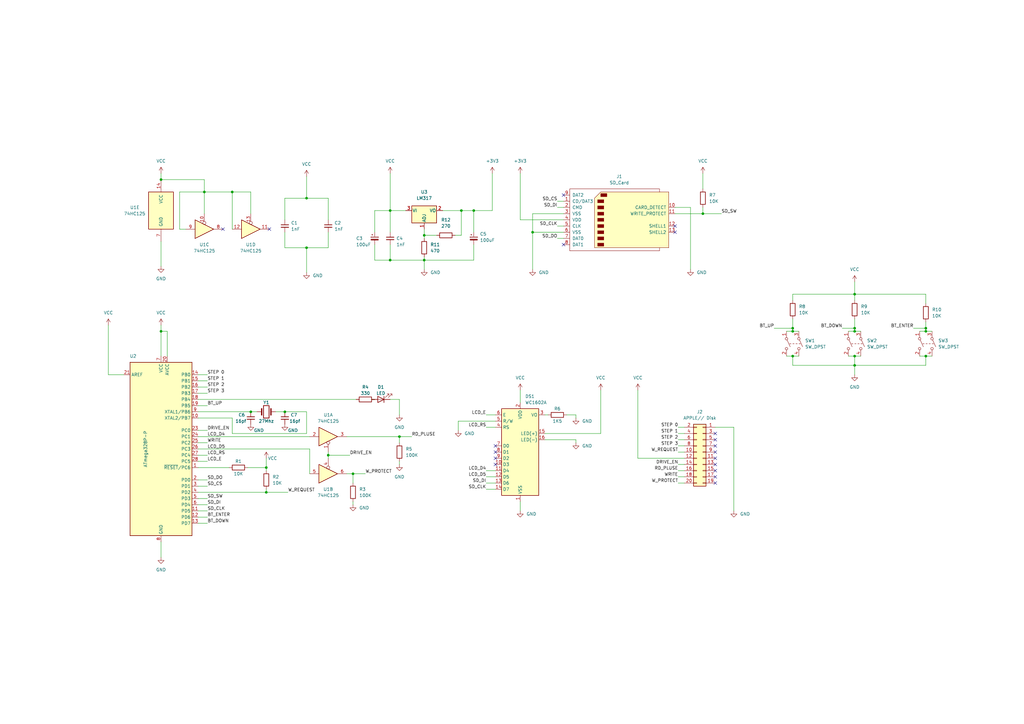
<source format=kicad_sch>
(kicad_sch (version 20211123) (generator eeschema)
  (paper "A3")
  (title_block (title "SDisk2 - Apple II Disk II Emulator") (date "2022-01-27") (rev "Rev 1") (comment 1 "(c) 2022 Terence Ang") (comment 2 "(c) 2012 Victor Trucco, (c) 2012 Fábio Belavenuto, (c) 2015 Alexandre Suaide") (comment 3 "additional authors - ") (comment 4 "Based on original works from (c) 2010 Koichi NISHIDA tulip-house@msf.biglobe.ne.jp"))
  (lib_symbols
    (symbol "74xx_IEEE:74HC125" (pin_names (offset 1.016))
      (property "Reference" "U" (at 0 1.27 0))
      (property "Value" "74HC125" (at 0 -1.27 0))
      (symbol "74HC125_1_0"
        (polyline (pts (xy -3.81 3.81) (xy -3.81 -3.81) (xy 3.81 0) (xy -3.81 3.81)) (stroke (width 0.254)) (fill (type background)))
        (pin input inverted (at 0 -6.35 90) (length 4.445) (name "~") (number "1"))
        (pin input line (at -7.62 0 0) (length 3.81) (name "~") (number "2"))
        (pin tri_state line (at 7.62 0 180) (length 3.81) (name "~") (number "3"))
      )
      (symbol "74HC125_2_0"
        (polyline (pts (xy -3.81 3.81) (xy -3.81 -3.81) (xy 3.81 0) (xy -3.81 3.81)) (stroke (width 0.254)) (fill (type background)))
        (pin input inverted (at 0 -6.35 90) (length 4.445) (name "~") (number "4"))
        (pin input line (at -7.62 0 0) (length 3.81) (name "~") (number "5"))
        (pin tri_state line (at 7.62 0 180) (length 3.81) (name "~") (number "6"))
      )
      (symbol "74HC125_3_0"
        (polyline (pts (xy -3.81 3.81) (xy -3.81 -3.81) (xy 3.81 0) (xy -3.81 3.81)) (stroke (width 0.254)) (fill (type background)))
        (pin input inverted (at 0 -6.35 90) (length 4.445) (name "~") (number "10"))
        (pin tri_state line (at 7.62 0 180) (length 3.81) (name "~") (number "8"))
        (pin input line (at -7.62 0 0) (length 3.81) (name "~") (number "9"))
      )
      (symbol "74HC125_4_0"
        (polyline (pts (xy -3.81 3.81) (xy -3.81 -3.81) (xy 3.81 0) (xy -3.81 3.81)) (stroke (width 0.254)) (fill (type background)))
        (pin tri_state line (at 7.62 0 180) (length 3.81) (name "~") (number "11"))
        (pin input line (at -7.62 0 0) (length 3.81) (name "~") (number "12"))
        (pin input inverted (at 0 -6.35 90) (length 4.445) (name "~") (number "13"))
      )
      (symbol "74HC125_5_0"
        (pin power_in line (at 0 12.7 270) (length 5.08) (name "VCC") (number "14"))
        (pin power_in line (at 0 -12.7 90) (length 5.08) (name "GND") (number "7"))
      )
      (symbol "74HC125_5_1"
        (rectangle (start -5.08 7.62) (end 5.08 -7.62) (stroke (width 0.254)) (fill (type background)))
      )
    )
    (symbol "Connector:SD_Card" (pin_names (offset 1.016))
      (property "Reference" "J" (at -16.51 13.97 0))
      (property "Value" "SD_Card" (at 15.24 -13.97 0))
      (symbol "SD_Card_0_1"
        (rectangle (start -8.89 -9.525) (end -6.35 -10.795) (fill (type outline)))
        (rectangle (start -8.89 -6.985) (end -6.35 -8.255) (fill (type outline)))
        (rectangle (start -8.89 -4.445) (end -6.35 -5.715) (fill (type outline)))
        (rectangle (start -8.89 -1.905) (end -6.35 -3.175) (fill (type outline)))
        (rectangle (start -8.89 0.635) (end -6.35 -0.635) (fill (type outline)))
        (rectangle (start -8.89 3.175) (end -6.35 1.905) (fill (type outline)))
        (rectangle (start -8.89 5.715) (end -6.35 4.445) (fill (type outline)))
        (rectangle (start -8.89 8.255) (end -6.35 6.985) (fill (type outline)))
        (rectangle (start -7.62 10.795) (end -5.08 9.525) (fill (type outline)))
        (polyline (pts (xy -10.16 8.89) (xy -7.62 11.43) (xy 20.32 11.43) (xy 20.32 -11.43) (xy -10.16 -11.43) (xy -10.16 8.89)) (fill (type background)))
        (polyline (pts (xy 16.51 11.43) (xy 16.51 12.7) (xy -20.32 12.7) (xy -20.32 -12.7) (xy 16.51 -12.7) (xy 16.51 -11.43)))
      )
      (symbol "SD_Card_1_1"
        (pin input line (at -22.86 7.62 0) (length 2.54) (name "CD/DAT3") (number "1"))
        (pin input line (at 22.86 5.08 180) (length 2.54) (name "CARD_DETECT") (number "10"))
        (pin input line (at 22.86 2.54 180) (length 2.54) (name "WRITE_PROTECT") (number "11"))
        (pin input line (at 22.86 -2.54 180) (length 2.54) (name "SHELL1") (number "12"))
        (pin input line (at 22.86 -5.08 180) (length 2.54) (name "SHELL2") (number "13"))
        (pin input line (at -22.86 5.08 0) (length 2.54) (name "CMD") (number "2"))
        (pin power_in line (at -22.86 2.54 0) (length 2.54) (name "VSS") (number "3"))
        (pin power_in line (at -22.86 0 0) (length 2.54) (name "VDD") (number "4"))
        (pin input line (at -22.86 -2.54 0) (length 2.54) (name "CLK") (number "5"))
        (pin power_in line (at -22.86 -5.08 0) (length 2.54) (name "VSS") (number "6"))
        (pin input line (at -22.86 -7.62 0) (length 2.54) (name "DAT0") (number "7"))
        (pin input line (at -22.86 -10.16 0) (length 2.54) (name "DAT1") (number "8"))
        (pin input line (at -22.86 10.16 0) (length 2.54) (name "DAT2") (number "9"))
      )
    )
    (symbol "Connector_Generic:Conn_02x10_Odd_Even" (pin_names (offset 1.016) hide)
      (property "Reference" "J" (at 1.27 12.7 0))
      (property "Value" "Conn_02x10_Odd_Even" (at 1.27 -15.24 0))
      (symbol "Conn_02x10_Odd_Even_1_1"
        (rectangle (start -1.27 -12.573) (end 0 -12.827) (stroke (width 0.1524)))
        (rectangle (start -1.27 -10.033) (end 0 -10.287) (stroke (width 0.1524)))
        (rectangle (start -1.27 -7.493) (end 0 -7.747) (stroke (width 0.1524)))
        (rectangle (start -1.27 -4.953) (end 0 -5.207) (stroke (width 0.1524)))
        (rectangle (start -1.27 -2.413) (end 0 -2.667) (stroke (width 0.1524)))
        (rectangle (start -1.27 0.127) (end 0 -0.127) (stroke (width 0.1524)))
        (rectangle (start -1.27 2.667) (end 0 2.413) (stroke (width 0.1524)))
        (rectangle (start -1.27 5.207) (end 0 4.953) (stroke (width 0.1524)))
        (rectangle (start -1.27 7.747) (end 0 7.493) (stroke (width 0.1524)))
        (rectangle (start -1.27 10.287) (end 0 10.033) (stroke (width 0.1524)))
        (rectangle (start -1.27 11.43) (end 3.81 -13.97) (stroke (width 0.254)) (fill (type background)))
        (rectangle (start 3.81 -12.573) (end 2.54 -12.827) (stroke (width 0.1524)))
        (rectangle (start 3.81 -10.033) (end 2.54 -10.287) (stroke (width 0.1524)))
        (rectangle (start 3.81 -7.493) (end 2.54 -7.747) (stroke (width 0.1524)))
        (rectangle (start 3.81 -4.953) (end 2.54 -5.207) (stroke (width 0.1524)))
        (rectangle (start 3.81 -2.413) (end 2.54 -2.667) (stroke (width 0.1524)))
        (rectangle (start 3.81 0.127) (end 2.54 -0.127) (stroke (width 0.1524)))
        (rectangle (start 3.81 2.667) (end 2.54 2.413) (stroke (width 0.1524)))
        (rectangle (start 3.81 5.207) (end 2.54 4.953) (stroke (width 0.1524)))
        (rectangle (start 3.81 7.747) (end 2.54 7.493) (stroke (width 0.1524)))
        (rectangle (start 3.81 10.287) (end 2.54 10.033) (stroke (width 0.1524)))
        (pin passive line (at -5.08 10.16 0) (length 3.81) (name "Pin_1") (number "1"))
        (pin passive line (at 7.62 0 180) (length 3.81) (name "Pin_10") (number "10"))
        (pin passive line (at -5.08 -2.54 0) (length 3.81) (name "Pin_11") (number "11"))
        (pin passive line (at 7.62 -2.54 180) (length 3.81) (name "Pin_12") (number "12"))
        (pin passive line (at -5.08 -5.08 0) (length 3.81) (name "Pin_13") (number "13"))
        (pin passive line (at 7.62 -5.08 180) (length 3.81) (name "Pin_14") (number "14"))
        (pin passive line (at -5.08 -7.62 0) (length 3.81) (name "Pin_15") (number "15"))
        (pin passive line (at 7.62 -7.62 180) (length 3.81) (name "Pin_16") (number "16"))
        (pin passive line (at -5.08 -10.16 0) (length 3.81) (name "Pin_17") (number "17"))
        (pin passive line (at 7.62 -10.16 180) (length 3.81) (name "Pin_18") (number "18"))
        (pin passive line (at -5.08 -12.7 0) (length 3.81) (name "Pin_19") (number "19"))
        (pin passive line (at 7.62 10.16 180) (length 3.81) (name "Pin_2") (number "2"))
        (pin passive line (at 7.62 -12.7 180) (length 3.81) (name "Pin_20") (number "20"))
        (pin passive line (at -5.08 7.62 0) (length 3.81) (name "Pin_3") (number "3"))
        (pin passive line (at 7.62 7.62 180) (length 3.81) (name "Pin_4") (number "4"))
        (pin passive line (at -5.08 5.08 0) (length 3.81) (name "Pin_5") (number "5"))
        (pin passive line (at 7.62 5.08 180) (length 3.81) (name "Pin_6") (number "6"))
        (pin passive line (at -5.08 2.54 0) (length 3.81) (name "Pin_7") (number "7"))
        (pin passive line (at 7.62 2.54 180) (length 3.81) (name "Pin_8") (number "8"))
        (pin passive line (at -5.08 0 0) (length 3.81) (name "Pin_9") (number "9"))
      )
    )
    (symbol "Device:C_Polarized_Small" (pin_numbers hide) (pin_names (offset 0.254) hide)
      (property "Reference" "C" (at 0.254 1.778 0))
      (property "Value" "C_Polarized_Small" (at 0.254 -2.032 0))
      (symbol "C_Polarized_Small_0_1"
        (rectangle (start -1.524 -0.3048) (end 1.524 -0.6858) (fill (type outline)))
        (rectangle (start -1.524 0.6858) (end 1.524 0.3048))
        (polyline (pts (xy -1.27 1.524) (xy -0.762 1.524)))
        (polyline (pts (xy -1.016 1.27) (xy -1.016 1.778)))
      )
      (symbol "C_Polarized_Small_1_1"
        (pin passive line (at 0 2.54 270) (length 1.8542) (name "~") (number "1"))
        (pin passive line (at 0 -2.54 90) (length 1.8542) (name "~") (number "2"))
      )
    )
    (symbol "Device:C_Small" (pin_numbers hide) (pin_names (offset 0.254) hide)
      (property "Reference" "C" (at 0.254 1.778 0))
      (property "Value" "C_Small" (at 0.254 -2.032 0))
      (symbol "C_Small_0_1"
        (polyline (pts (xy -1.524 -0.508) (xy 1.524 -0.508)) (stroke (width 0.3302)))
        (polyline (pts (xy -1.524 0.508) (xy 1.524 0.508)) (stroke (width 0.3048)))
      )
      (symbol "C_Small_1_1"
        (pin passive line (at 0 2.54 270) (length 2.032) (name "~") (number "1"))
        (pin passive line (at 0 -2.54 90) (length 2.032) (name "~") (number "2"))
      )
    )
    (symbol "Device:Crystal" (pin_numbers hide) (pin_names (offset 1.016) hide)
      (property "Reference" "Y" (at 0 3.81 0))
      (property "Value" "Crystal" (at 0 -3.81 0))
      (symbol "Crystal_0_1"
        (rectangle (start -1.143 2.54) (end 1.143 -2.54) (stroke (width 0.3048)))
        (polyline (pts (xy -2.54 0) (xy -1.905 0)))
        (polyline (pts (xy -1.905 -1.27) (xy -1.905 1.27)) (stroke (width 0.508)))
        (polyline (pts (xy 1.905 -1.27) (xy 1.905 1.27)) (stroke (width 0.508)))
        (polyline (pts (xy 2.54 0) (xy 1.905 0)))
      )
      (symbol "Crystal_1_1"
        (pin passive line (at -3.81 0 0) (length 1.27) (name "1") (number "1"))
        (pin passive line (at 3.81 0 180) (length 1.27) (name "2") (number "2"))
      )
    )
    (symbol "Device:LED" (pin_numbers hide) (pin_names (offset 1.016) hide)
      (property "Reference" "D" (at 0 2.54 0))
      (property "Value" "LED" (at 0 -2.54 0))
      (symbol "LED_0_1"
        (polyline (pts (xy -1.27 -1.27) (xy -1.27 1.27)) (stroke (width 0.254)))
        (polyline (pts (xy -1.27 0) (xy 1.27 0)))
        (polyline (pts (xy 1.27 -1.27) (xy 1.27 1.27) (xy -1.27 0) (xy 1.27 -1.27)) (stroke (width 0.254)))
        (polyline (pts (xy -3.048 -0.762) (xy -4.572 -2.286) (xy -3.81 -2.286) (xy -4.572 -2.286) (xy -4.572 -1.524)))
        (polyline (pts (xy -1.778 -0.762) (xy -3.302 -2.286) (xy -2.54 -2.286) (xy -3.302 -2.286) (xy -3.302 -1.524)))
      )
      (symbol "LED_1_1"
        (pin passive line (at -3.81 0 0) (length 2.54) (name "K") (number "1"))
        (pin passive line (at 3.81 0 180) (length 2.54) (name "A") (number "2"))
      )
    )
    (symbol "Device:R" (pin_numbers hide) (pin_names (offset 0))
      (property "Reference" "R" (at 2.032 0 90))
      (property "Value" "R" (at 0 0 90))
      (symbol "R_0_1"
        (rectangle (start -1.016 -2.54) (end 1.016 2.54) (stroke (width 0.254)))
      )
      (symbol "R_1_1"
        (pin passive line (at 0 3.81 270) (length 1.27) (name "~") (number "1"))
        (pin passive line (at 0 -3.81 90) (length 1.27) (name "~") (number "2"))
      )
    )
    (symbol "Display_Character:WC1602A"
      (property "Reference" "DS" (at -5.842 19.05 0))
      (property "Value" "WC1602A" (at 5.334 19.05 0))
      (symbol "WC1602A_1_1"
        (rectangle (start -7.62 17.78) (end 7.62 -17.78) (stroke (width 0.254)) (fill (type background)))
        (pin power_in line (at 0 -20.32 90) (length 2.54) (name "VSS") (number "1"))
        (pin input line (at -10.16 -5.08 0) (length 2.54) (name "D3") (number "10"))
        (pin input line (at -10.16 -7.62 0) (length 2.54) (name "D4") (number "11"))
        (pin input line (at -10.16 -10.16 0) (length 2.54) (name "D5") (number "12"))
        (pin input line (at -10.16 -12.7 0) (length 2.54) (name "D6") (number "13"))
        (pin input line (at -10.16 -15.24 0) (length 2.54) (name "D7") (number "14"))
        (pin power_in line (at 10.16 7.62 180) (length 2.54) (name "LED(+)") (number "15"))
        (pin power_in line (at 10.16 5.08 180) (length 2.54) (name "LED(-)") (number "16"))
        (pin power_in line (at 0 20.32 270) (length 2.54) (name "VDD") (number "2"))
        (pin input line (at 10.16 15.24 180) (length 2.54) (name "VO") (number "3"))
        (pin input line (at -10.16 10.16 0) (length 2.54) (name "RS") (number "4"))
        (pin input line (at -10.16 12.7 0) (length 2.54) (name "R/W") (number "5"))
        (pin input line (at -10.16 15.24 0) (length 2.54) (name "E") (number "6"))
        (pin input line (at -10.16 2.54 0) (length 2.54) (name "D0") (number "7"))
        (pin input line (at -10.16 0 0) (length 2.54) (name "D1") (number "8"))
        (pin input line (at -10.16 -2.54 0) (length 2.54) (name "D2") (number "9"))
      )
    )
    (symbol "MCU_Microchip_ATmega:ATmega328P-P"
      (property "Reference" "U" (at -12.7 36.83 0))
      (property "Value" "ATmega328P-P" (at 2.54 -36.83 0))
      (symbol "ATmega328P-P_0_1"
        (rectangle (start -12.7 -35.56) (end 12.7 35.56) (stroke (width 0.254)) (fill (type background)))
      )
      (symbol "ATmega328P-P_1_1"
        (pin bidirectional line (at 15.24 -7.62 180) (length 2.54) (name "~{RESET}/PC6") (number "1"))
        (pin bidirectional line (at 15.24 12.7 180) (length 2.54) (name "XTAL2/PB7") (number "10"))
        (pin bidirectional line (at 15.24 -25.4 180) (length 2.54) (name "PD5") (number "11"))
        (pin bidirectional line (at 15.24 -27.94 180) (length 2.54) (name "PD6") (number "12"))
        (pin bidirectional line (at 15.24 -30.48 180) (length 2.54) (name "PD7") (number "13"))
        (pin bidirectional line (at 15.24 30.48 180) (length 2.54) (name "PB0") (number "14"))
        (pin bidirectional line (at 15.24 27.94 180) (length 2.54) (name "PB1") (number "15"))
        (pin bidirectional line (at 15.24 25.4 180) (length 2.54) (name "PB2") (number "16"))
        (pin bidirectional line (at 15.24 22.86 180) (length 2.54) (name "PB3") (number "17"))
        (pin bidirectional line (at 15.24 20.32 180) (length 2.54) (name "PB4") (number "18"))
        (pin bidirectional line (at 15.24 17.78 180) (length 2.54) (name "PB5") (number "19"))
        (pin bidirectional line (at 15.24 -12.7 180) (length 2.54) (name "PD0") (number "2"))
        (pin power_in line (at 2.54 38.1 270) (length 2.54) (name "AVCC") (number "20"))
        (pin passive line (at -15.24 30.48 0) (length 2.54) (name "AREF") (number "21"))
        (pin passive line (at 0 -38.1 90) (length 2.54) hide (name "GND") (number "22"))
        (pin bidirectional line (at 15.24 7.62 180) (length 2.54) (name "PC0") (number "23"))
        (pin bidirectional line (at 15.24 5.08 180) (length 2.54) (name "PC1") (number "24"))
        (pin bidirectional line (at 15.24 2.54 180) (length 2.54) (name "PC2") (number "25"))
        (pin bidirectional line (at 15.24 0 180) (length 2.54) (name "PC3") (number "26"))
        (pin bidirectional line (at 15.24 -2.54 180) (length 2.54) (name "PC4") (number "27"))
        (pin bidirectional line (at 15.24 -5.08 180) (length 2.54) (name "PC5") (number "28"))
        (pin bidirectional line (at 15.24 -15.24 180) (length 2.54) (name "PD1") (number "3"))
        (pin bidirectional line (at 15.24 -17.78 180) (length 2.54) (name "PD2") (number "4"))
        (pin bidirectional line (at 15.24 -20.32 180) (length 2.54) (name "PD3") (number "5"))
        (pin bidirectional line (at 15.24 -22.86 180) (length 2.54) (name "PD4") (number "6"))
        (pin power_in line (at 0 38.1 270) (length 2.54) (name "VCC") (number "7"))
        (pin power_in line (at 0 -38.1 90) (length 2.54) (name "GND") (number "8"))
        (pin bidirectional line (at 15.24 15.24 180) (length 2.54) (name "XTAL1/PB6") (number "9"))
      )
    )
    (symbol "Regulator_Linear:LM317_TO-220" (pin_names (offset 0.254))
      (property "Reference" "U" (at -3.81 3.175 0))
      (property "Value" "LM317_TO-220" (at 0 3.175 0))
      (symbol "LM317_TO-220_0_1"
        (rectangle (start -5.08 1.905) (end 5.08 -5.08) (stroke (width 0.254)) (fill (type background)))
      )
      (symbol "LM317_TO-220_1_1"
        (pin input line (at 0 -7.62 90) (length 2.54) (name "ADJ") (number "1"))
        (pin power_out line (at 7.62 0 180) (length 2.54) (name "VO") (number "2"))
        (pin power_in line (at -7.62 0 0) (length 2.54) (name "VI") (number "3"))
      )
    )
    (symbol "Switch:SW_DPST" (pin_names (offset 0) hide)
      (property "Reference" "SW" (at 0 5.08 0))
      (property "Value" "SW_DPST" (at 0 -5.08 0))
      (symbol "SW_DPST_0_0"
        (circle (center -2.032 -2.54) (radius 0.508))
        (circle (center -2.032 2.54) (radius 0.508))
        (polyline (pts (xy -1.524 -2.286) (xy 1.27 -1.016)))
        (polyline (pts (xy -1.524 2.794) (xy 1.27 4.064)))
        (polyline (pts (xy 0 -1.27) (xy 0 -0.635)))
        (polyline (pts (xy 0 0) (xy 0 0.635)))
        (polyline (pts (xy 0 1.27) (xy 0 1.905)))
        (polyline (pts (xy 0 2.54) (xy 0 3.175)))
        (circle (center 2.032 -2.54) (radius 0.508))
        (circle (center 2.032 2.54) (radius 0.508))
      )
      (symbol "SW_DPST_1_1"
        (pin passive line (at -5.08 -2.54 0) (length 2.54) (name "1") (number "1"))
        (pin passive line (at 5.08 -2.54 180) (length 2.54) (name "2") (number "2"))
        (pin passive line (at -5.08 2.54 0) (length 2.54) (name "3") (number "3"))
        (pin passive line (at 5.08 2.54 180) (length 2.54) (name "4") (number "4"))
      )
    )
    (symbol "power:+3.3V" (power) (pin_names (offset 0))
      (property "Value" "+3.3V" (at 0 3.556 0))
      (symbol "+3.3V_0_1"
        (polyline (pts (xy -0.762 1.27) (xy 0 2.54)))
        (polyline (pts (xy 0 0) (xy 0 2.54)))
        (polyline (pts (xy 0 2.54) (xy 0.762 1.27)))
      )
      (symbol "+3.3V_1_1"
        (pin power_in line (at 0 0 90) (length 0) hide (name "+3V3") (number "1"))
      )
    )
    (symbol "power:GND" (power) (pin_names (offset 0))
      (property "Value" "GND" (at 0 -3.81 0))
      (symbol "GND_0_1"
        (polyline (pts (xy 0 0) (xy 0 -1.27) (xy 1.27 -1.27) (xy 0 -2.54) (xy -1.27 -1.27) (xy 0 -1.27)))
      )
      (symbol "GND_1_1"
        (pin power_in line (at 0 0 270) (length 0) hide (name "GND") (number "1"))
      )
    )
    (symbol "power:VCC" (power) (pin_names (offset 0))
      (property "Value" "VCC" (at 0 3.81 0))
      (symbol "VCC_0_1"
        (polyline (pts (xy -0.762 1.27) (xy 0 2.54)))
        (polyline (pts (xy 0 0) (xy 0 2.54)))
        (polyline (pts (xy 0 2.54) (xy 0.762 1.27)))
      )
      (symbol "VCC_1_1"
        (pin power_in line (at 0 0 90) (length 0) hide (name "VCC") (number "1"))
      )
    )
  )
  (junction (at 134.62 186.69))
  (junction (at 379.73 134.62))
  (junction (at 350.52 135.89))
  (junction (at 194.31 86.36))
  (junction (at 83.82 78.74))
  (junction (at 66.04 73.66))
  (junction (at 325.12 134.62))
  (junction (at 160.02 106.68))
  (junction (at 95.25 78.74))
  (junction (at 125.73 81.28))
  (junction (at 160.02 86.36))
  (junction (at 109.22 201.93))
  (junction (at 102.87 168.91))
  (junction (at 288.29 87.63))
  (junction (at 66.04 135.89))
  (junction (at 350.52 134.62))
  (junction (at 109.22 191.77))
  (junction (at 173.99 96.52))
  (junction (at 350.52 146.05))
  (junction (at 325.12 135.89))
  (junction (at 325.12 146.05))
  (junction (at 116.84 168.91))
  (junction (at 144.78 194.31))
  (junction (at 163.83 179.07))
  (junction (at 379.73 135.89))
  (junction (at 350.52 149.86))
  (junction (at 218.44 95.25))
  (junction (at 189.23 86.36))
  (junction (at 379.73 146.05))
  (junction (at 173.99 106.68))
  (junction (at 125.73 101.6))
  (junction (at 350.52 120.65))
  (no_connect (at 91.44 93.98))
  (no_connect (at 110.49 93.98))
  (no_connect (at 293.37 190.5))
  (no_connect (at 293.37 193.04))
  (no_connect (at 293.37 195.58))
  (no_connect (at 293.37 198.12))
  (no_connect (at 293.37 177.8))
  (no_connect (at 293.37 185.42))
  (no_connect (at 293.37 187.96))
  (no_connect (at 293.37 182.88))
  (no_connect (at 293.37 180.34))
  (no_connect (at 276.86 95.25))
  (no_connect (at 276.86 92.71))
  (no_connect (at 231.14 100.33))
  (no_connect (at 231.14 80.01))
  (no_connect (at 203.2 182.88))
  (no_connect (at 203.2 185.42))
  (no_connect (at 203.2 187.96))
  (no_connect (at 203.2 190.5))
  (wire (pts (xy 81.28 201.93) (xy 109.22 201.93)))
  (wire (pts (xy 116.84 81.28) (xy 116.84 90.17)))
  (wire (pts (xy 44.45 153.67) (xy 44.45 133.35)))
  (wire (pts (xy 317.5 134.62) (xy 325.12 134.62)))
  (wire (pts (xy 213.36 160.02) (xy 213.36 165.1)))
  (wire (pts (xy 199.39 175.26) (xy 203.2 175.26)))
  (wire (pts (xy 325.12 123.19) (xy 325.12 120.65)))
  (wire (pts (xy 347.98 135.89) (xy 350.52 135.89)))
  (wire (pts (xy 81.28 214.63) (xy 85.09 214.63)))
  (wire (pts (xy 81.28 191.77) (xy 93.98 191.77)))
  (wire (pts (xy 278.13 182.88) (xy 280.67 182.88)))
  (wire (pts (xy 83.82 73.66) (xy 66.04 73.66)))
  (wire (pts (xy 228.6 97.79) (xy 231.14 97.79)))
  (wire (pts (xy 350.52 120.65) (xy 379.73 120.65)))
  (wire (pts (xy 261.62 187.96) (xy 280.67 187.96)))
  (wire (pts (xy 95.25 171.45) (xy 95.25 177.8)))
  (wire (pts (xy 223.52 177.8) (xy 246.38 177.8)))
  (wire (pts (xy 160.02 86.36) (xy 166.37 86.36)))
  (wire (pts (xy 125.73 177.8) (xy 125.73 168.91)))
  (wire (pts (xy 350.52 115.57) (xy 350.52 120.65)))
  (wire (pts (xy 66.04 71.12) (xy 66.04 73.66)))
  (wire (pts (xy 379.73 134.62) (xy 379.73 135.89)))
  (wire (pts (xy 350.52 120.65) (xy 350.52 123.19)))
  (wire (pts (xy 173.99 93.98) (xy 173.99 96.52)))
  (wire (pts (xy 102.87 78.74) (xy 102.87 87.63)))
  (wire (pts (xy 95.25 78.74) (xy 102.87 78.74)))
  (wire (pts (xy 134.62 81.28) (xy 134.62 90.17)))
  (wire (pts (xy 218.44 87.63) (xy 218.44 95.25)))
  (wire (pts (xy 81.28 176.53) (xy 85.09 176.53)))
  (wire (pts (xy 288.29 71.12) (xy 288.29 77.47)))
  (wire (pts (xy 278.13 185.42) (xy 280.67 185.42)))
  (wire (pts (xy 379.73 124.46) (xy 379.73 120.65)))
  (wire (pts (xy 199.39 200.66) (xy 203.2 200.66)))
  (wire (pts (xy 125.73 81.28) (xy 134.62 81.28)))
  (wire (pts (xy 153.67 86.36) (xy 160.02 86.36)))
  (wire (pts (xy 236.22 180.34) (xy 236.22 181.61)))
  (wire (pts (xy 187.96 172.72) (xy 187.96 176.53)))
  (wire (pts (xy 81.28 163.83) (xy 146.05 163.83)))
  (wire (pts (xy 81.28 209.55) (xy 85.09 209.55)))
  (wire (pts (xy 144.78 205.74) (xy 144.78 207.01)))
  (wire (pts (xy 325.12 146.05) (xy 327.66 146.05)))
  (wire (pts (xy 236.22 170.18) (xy 236.22 171.45)))
  (wire (pts (xy 81.28 168.91) (xy 102.87 168.91)))
  (wire (pts (xy 116.84 95.25) (xy 116.84 101.6)))
  (wire (pts (xy 81.28 207.01) (xy 85.09 207.01)))
  (wire (pts (xy 153.67 86.36) (xy 153.67 95.25)))
  (wire (pts (xy 134.62 185.42) (xy 134.62 186.69)))
  (wire (pts (xy 81.28 186.69) (xy 85.09 186.69)))
  (wire (pts (xy 116.84 168.91) (xy 113.03 168.91)))
  (wire (pts (xy 109.22 200.66) (xy 109.22 201.93)))
  (wire (pts (xy 81.28 158.75) (xy 85.09 158.75)))
  (wire (pts (xy 261.62 160.02) (xy 261.62 187.96)))
  (wire (pts (xy 66.04 133.35) (xy 66.04 135.89)))
  (wire (pts (xy 73.66 93.98) (xy 73.66 78.74)))
  (wire (pts (xy 109.22 191.77) (xy 109.22 193.04)))
  (wire (pts (xy 199.39 195.58) (xy 203.2 195.58)))
  (wire (pts (xy 116.84 168.91) (xy 125.73 168.91)))
  (wire (pts (xy 350.52 149.86) (xy 350.52 153.67)))
  (wire (pts (xy 231.14 95.25) (xy 218.44 95.25)))
  (wire (pts (xy 81.28 212.09) (xy 85.09 212.09)))
  (wire (pts (xy 379.73 146.05) (xy 382.27 146.05)))
  (wire (pts (xy 81.28 153.67) (xy 85.09 153.67)))
  (wire (pts (xy 66.04 222.25) (xy 66.04 228.6)))
  (wire (pts (xy 102.87 168.91) (xy 105.41 168.91)))
  (wire (pts (xy 81.28 184.15) (xy 127 184.15)))
  (wire (pts (xy 73.66 78.74) (xy 83.82 78.74)))
  (wire (pts (xy 144.78 194.31) (xy 144.78 198.12)))
  (wire (pts (xy 68.58 135.89) (xy 66.04 135.89)))
  (wire (pts (xy 203.2 172.72) (xy 187.96 172.72)))
  (wire (pts (xy 160.02 71.12) (xy 160.02 86.36)))
  (wire (pts (xy 81.28 199.39) (xy 85.09 199.39)))
  (wire (pts (xy 81.28 161.29) (xy 85.09 161.29)))
  (wire (pts (xy 160.02 163.83) (xy 163.83 163.83)))
  (wire (pts (xy 125.73 72.39) (xy 125.73 81.28)))
  (wire (pts (xy 76.2 93.98) (xy 73.66 93.98)))
  (wire (pts (xy 125.73 101.6) (xy 116.84 101.6)))
  (wire (pts (xy 379.73 132.08) (xy 379.73 134.62)))
  (wire (pts (xy 81.28 156.21) (xy 85.09 156.21)))
  (wire (pts (xy 278.13 175.26) (xy 280.67 175.26)))
  (wire (pts (xy 325.12 149.86) (xy 350.52 149.86)))
  (wire (pts (xy 173.99 96.52) (xy 173.99 97.79)))
  (wire (pts (xy 134.62 186.69) (xy 143.51 186.69)))
  (wire (pts (xy 83.82 78.74) (xy 83.82 73.66)))
  (wire (pts (xy 81.28 189.23) (xy 85.09 189.23)))
  (wire (pts (xy 81.28 204.47) (xy 85.09 204.47)))
  (wire (pts (xy 153.67 163.83) (xy 152.4 163.83)))
  (wire (pts (xy 134.62 95.25) (xy 134.62 101.6)))
  (wire (pts (xy 288.29 87.63) (xy 288.29 85.09)))
  (wire (pts (xy 374.65 134.62) (xy 379.73 134.62)))
  (wire (pts (xy 276.86 85.09) (xy 283.21 85.09)))
  (wire (pts (xy 350.52 135.89) (xy 353.06 135.89)))
  (wire (pts (xy 300.99 175.26) (xy 300.99 209.55)))
  (wire (pts (xy 228.6 85.09) (xy 231.14 85.09)))
  (wire (pts (xy 223.52 180.34) (xy 236.22 180.34)))
  (wire (pts (xy 322.58 146.05) (xy 325.12 146.05)))
  (wire (pts (xy 66.04 135.89) (xy 66.04 146.05)))
  (wire (pts (xy 377.19 135.89) (xy 379.73 135.89)))
  (wire (pts (xy 81.28 179.07) (xy 127 179.07)))
  (wire (pts (xy 186.69 96.52) (xy 189.23 96.52)))
  (wire (pts (xy 228.6 82.55) (xy 231.14 82.55)))
  (wire (pts (xy 173.99 105.41) (xy 173.99 106.68)))
  (wire (pts (xy 101.6 191.77) (xy 109.22 191.77)))
  (wire (pts (xy 213.36 90.17) (xy 231.14 90.17)))
  (wire (pts (xy 127 194.31) (xy 127 184.15)))
  (wire (pts (xy 109.22 201.93) (xy 118.11 201.93)))
  (wire (pts (xy 218.44 95.25) (xy 218.44 110.49)))
  (wire (pts (xy 288.29 87.63) (xy 295.91 87.63)))
  (wire (pts (xy 278.13 177.8) (xy 280.67 177.8)))
  (wire (pts (xy 50.8 153.67) (xy 44.45 153.67)))
  (wire (pts (xy 223.52 170.18) (xy 224.79 170.18)))
  (wire (pts (xy 142.24 194.31) (xy 144.78 194.31)))
  (wire (pts (xy 163.83 179.07) (xy 168.91 179.07)))
  (wire (pts (xy 322.58 135.89) (xy 325.12 135.89)))
  (wire (pts (xy 293.37 175.26) (xy 300.99 175.26)))
  (wire (pts (xy 83.82 78.74) (xy 95.25 78.74)))
  (wire (pts (xy 213.36 205.74) (xy 213.36 209.55)))
  (wire (pts (xy 125.73 101.6) (xy 125.73 111.76)))
  (wire (pts (xy 163.83 189.23) (xy 163.83 190.5)))
  (wire (pts (xy 377.19 146.05) (xy 379.73 146.05)))
  (wire (pts (xy 345.44 134.62) (xy 350.52 134.62)))
  (wire (pts (xy 231.14 87.63) (xy 218.44 87.63)))
  (wire (pts (xy 278.13 193.04) (xy 280.67 193.04)))
  (wire (pts (xy 194.31 86.36) (xy 194.31 95.25)))
  (wire (pts (xy 144.78 194.31) (xy 149.86 194.31)))
  (wire (pts (xy 325.12 134.62) (xy 325.12 135.89)))
  (wire (pts (xy 350.52 149.86) (xy 379.73 149.86)))
  (wire (pts (xy 199.39 170.18) (xy 203.2 170.18)))
  (wire (pts (xy 325.12 146.05) (xy 325.12 149.86)))
  (wire (pts (xy 213.36 71.12) (xy 213.36 90.17)))
  (wire (pts (xy 232.41 170.18) (xy 236.22 170.18)))
  (wire (pts (xy 199.39 198.12) (xy 203.2 198.12)))
  (wire (pts (xy 163.83 179.07) (xy 163.83 181.61)))
  (wire (pts (xy 199.39 193.04) (xy 203.2 193.04)))
  (wire (pts (xy 160.02 100.33) (xy 160.02 106.68)))
  (wire (pts (xy 81.28 166.37) (xy 85.09 166.37)))
  (wire (pts (xy 278.13 198.12) (xy 280.67 198.12)))
  (wire (pts (xy 68.58 146.05) (xy 68.58 135.89)))
  (wire (pts (xy 283.21 85.09) (xy 283.21 110.49)))
  (wire (pts (xy 179.07 96.52) (xy 173.99 96.52)))
  (wire (pts (xy 95.25 177.8) (xy 125.73 177.8)))
  (wire (pts (xy 350.52 146.05) (xy 353.06 146.05)))
  (wire (pts (xy 163.83 163.83) (xy 163.83 170.18)))
  (wire (pts (xy 379.73 146.05) (xy 379.73 149.86)))
  (wire (pts (xy 95.25 93.98) (xy 95.25 78.74)))
  (wire (pts (xy 201.93 86.36) (xy 194.31 86.36)))
  (wire (pts (xy 379.73 135.89) (xy 382.27 135.89)))
  (wire (pts (xy 189.23 86.36) (xy 194.31 86.36)))
  (wire (pts (xy 173.99 106.68) (xy 173.99 110.49)))
  (wire (pts (xy 350.52 130.81) (xy 350.52 134.62)))
  (wire (pts (xy 325.12 120.65) (xy 350.52 120.65)))
  (wire (pts (xy 350.52 134.62) (xy 350.52 135.89)))
  (wire (pts (xy 153.67 100.33) (xy 153.67 106.68)))
  (wire (pts (xy 125.73 101.6) (xy 134.62 101.6)))
  (wire (pts (xy 160.02 106.68) (xy 173.99 106.68)))
  (wire (pts (xy 325.12 135.89) (xy 327.66 135.89)))
  (wire (pts (xy 116.84 81.28) (xy 125.73 81.28)))
  (wire (pts (xy 81.28 181.61) (xy 85.09 181.61)))
  (wire (pts (xy 276.86 87.63) (xy 288.29 87.63)))
  (wire (pts (xy 83.82 78.74) (xy 83.82 87.63)))
  (wire (pts (xy 194.31 100.33) (xy 194.31 106.68)))
  (wire (pts (xy 173.99 106.68) (xy 194.31 106.68)))
  (wire (pts (xy 66.04 99.06) (xy 66.04 109.22)))
  (wire (pts (xy 189.23 96.52) (xy 189.23 86.36)))
  (wire (pts (xy 278.13 190.5) (xy 280.67 190.5)))
  (wire (pts (xy 278.13 195.58) (xy 280.67 195.58)))
  (wire (pts (xy 81.28 196.85) (xy 85.09 196.85)))
  (wire (pts (xy 350.52 146.05) (xy 350.52 149.86)))
  (wire (pts (xy 153.67 106.68) (xy 160.02 106.68)))
  (wire (pts (xy 325.12 130.81) (xy 325.12 134.62)))
  (wire (pts (xy 228.6 92.71) (xy 231.14 92.71)))
  (wire (pts (xy 160.02 86.36) (xy 160.02 95.25)))
  (wire (pts (xy 181.61 86.36) (xy 189.23 86.36)))
  (wire (pts (xy 201.93 71.12) (xy 201.93 86.36)))
  (wire (pts (xy 109.22 187.96) (xy 109.22 191.77)))
  (wire (pts (xy 134.62 186.69) (xy 134.62 187.96)))
  (wire (pts (xy 278.13 180.34) (xy 280.67 180.34)))
  (wire (pts (xy 246.38 177.8) (xy 246.38 160.02)))
  (wire (pts (xy 347.98 146.05) (xy 350.52 146.05)))
  (wire (pts (xy 142.24 179.07) (xy 163.83 179.07)))
  (wire (pts (xy 81.28 171.45) (xy 95.25 171.45)))
  (label "RD_PLUSE" (at 168.91 179.07 0))
  (label "LCD_E" (at 85.09 189.23 0))
  (label "LCD_RS" (at 199.39 175.26 180))
  (label "DRIVE_EN" (at 85.09 176.53 0))
  (label "BT_DOWN" (at 85.09 214.63 0))
  (label "DRIVE_EN" (at 143.51 186.69 0))
  (label "SD_SW" (at 85.09 204.47 0))
  (label "SD_DI" (at 228.6 85.09 180))
  (label "STEP 1" (at 85.09 156.21 0))
  (label "RD_PLUSE" (at 278.13 193.04 180))
  (label "SD_CLK" (at 228.6 92.71 180))
  (label "STEP 0" (at 85.09 153.67 0))
  (label "STEP 3" (at 278.13 182.88 180))
  (label "SD_DO" (at 228.6 97.79 180))
  (label "BT_ENTER" (at 85.09 212.09 0))
  (label "SD_DO" (at 85.09 196.85 0))
  (label "LCD_D5" (at 85.09 184.15 0))
  (label "STEP 2" (at 85.09 158.75 0))
  (label "BT_UP" (at 85.09 166.37 0))
  (label "BT_UP" (at 317.5 134.62 180))
  (label "BT_ENTER" (at 374.65 134.62 180))
  (label "LCD_E" (at 199.39 170.18 180))
  (label "DRIVE_EN" (at 278.13 190.5 180))
  (label "LCD_RS" (at 85.09 186.69 0))
  (label "WRITE" (at 85.09 181.61 0))
  (label "SD_DI" (at 85.09 207.01 0))
  (label "SD_SW" (at 295.91 87.63 0))
  (label "STEP 1" (at 278.13 177.8 180))
  (label "SD_DI" (at 199.39 198.12 180))
  (label "SD_CS" (at 85.09 199.39 0))
  (label "W_PROTECT" (at 278.13 198.12 180))
  (label "W_PROTECT" (at 149.86 194.31 0))
  (label "BT_DOWN" (at 345.44 134.62 180))
  (label "W_REQUEST" (at 278.13 185.42 180))
  (label "STEP 0" (at 278.13 175.26 180))
  (label "WRITE" (at 278.13 195.58 180))
  (label "SD_CLK" (at 85.09 209.55 0))
  (label "LCD_D5" (at 199.39 195.58 180))
  (label "STEP 3" (at 85.09 161.29 0))
  (label "SD_CLK" (at 199.39 200.66 180))
  (label "STEP 2" (at 278.13 180.34 180))
  (label "SD_CS" (at 228.6 82.55 180))
  (label "LCD_D4" (at 199.39 193.04 180))
  (label "LCD_D4" (at 85.09 179.07 0))
  (label "W_REQUEST" (at 118.11 201.93 0))
  (symbol (lib_id "power:VCC") (at 160.02 71.12 0) (unit 1)
    (property "Reference" "#PWR012" (effects hide))
    (property "Value" "VCC" (at 160.02 66.04 0))
  )
  (symbol (lib_id "power:GND") (at 236.22 181.61 0) (unit 1)
    (property "Reference" "#PWR021" (effects hide))
    (property "Value" "GND" (at 238.76 182.8799 0) (effects (justify left)))
  )
  (symbol (lib_id "power:GND") (at 173.99 110.49 0) (unit 1)
    (property "Reference" "#PWR013" (effects hide))
    (property "Value" "GND" (at 176.53 111.7599 0) (effects (justify left)))
  )
  (symbol (lib_id "power:VCC") (at 261.62 160.02 0) (unit 1)
    (property "Reference" "#PWR023" (effects hide))
    (property "Value" "VCC" (at 261.62 154.94 0))
  )
  (symbol (lib_id "Device:C_Small") (at 116.84 92.71 0) (unit 1)
    (property "Reference" "C1" (at 119.38 91.44 0) (effects (justify left)))
    (property "Value" "1nF" (at 119.38 93.98 0) (effects (justify left)))
    (property "Footprint" "Capacitor_THT:C_Disc_D5.0mm_W2.5mm_P5.00mm" (effects hide))
  )
  (symbol (lib_id "power:GND") (at 116.84 173.99 0) (unit 1)
    (property "Reference" "#PWR0102" (effects hide))
    (property "Value" "GND" (at 118.11 176.53 0) (effects (justify left)))
  )
  (symbol (lib_id "Device:R") (at 149.86 163.83 90) (unit 1)
    (property "Reference" "R4" (at 149.86 158.75 90))
    (property "Value" "330" (at 149.86 161.29 90))
    (property "Footprint" "Resistor_THT:R_Axial_DIN0207_L6.3mm_D2.5mm_P7.62mm_Horizontal" (effects hide))
  )
  (symbol (lib_id "power:VCC") (at 66.04 71.12 0) (unit 1)
    (property "Reference" "#PWR02" (effects hide))
    (property "Value" "VCC" (at 66.04 66.04 0))
  )
  (symbol (lib_id "Device:R") (at 144.78 201.93 0) (unit 1)
    (property "Reference" "R3" (at 147.32 200.6599 0) (effects (justify left)))
    (property "Value" "100K" (at 147.32 203.1999 0) (effects (justify left)))
    (property "Footprint" "Resistor_THT:R_Axial_DIN0207_L6.3mm_D2.5mm_P7.62mm_Horizontal" (effects hide))
  )
  (symbol (lib_id "Device:C_Polarized_Small") (at 153.67 97.79 0) (unit 1)
    (property "Reference" "C3" (at 146.05 97.79 0) (effects (justify left)))
    (property "Value" "100uF" (at 146.05 100.33 0) (effects (justify left)))
    (property "Footprint" "Capacitor_THT:C_Radial_D5.0mm_H5.0mm_P2.00mm" (effects hide))
  )
  (symbol (lib_id "Regulator_Linear:LM317_TO-220") (at 173.99 86.36 0) (unit 1)
    (property "Reference" "U3" (at 173.99 78.74 0))
    (property "Value" "LM317" (at 173.99 81.28 0))
    (property "Footprint" "Package_TO_SOT_THT:TO-220-3_Horizontal_TabDown" (effects hide))
    (property "Datasheet" "http://www.ti.com/lit/ds/symlink/lm317.pdf" (effects hide))
  )
  (symbol (lib_id "power:GND") (at 163.83 190.5 0) (unit 1)
    (property "Reference" "#PWR011" (effects hide))
    (property "Value" "GND" (at 163.83 195.58 0))
  )
  (symbol (lib_id "Device:R") (at 288.29 81.28 0) (unit 1)
    (property "Reference" "R7" (at 290.83 80.0099 0) (effects (justify left)))
    (property "Value" "10K" (at 290.83 82.5499 0) (effects (justify left)))
    (property "Footprint" "Resistor_THT:R_Axial_DIN0207_L6.3mm_D2.5mm_P7.62mm_Horizontal" (effects hide))
  )
  (symbol (lib_id "power:VCC") (at 213.36 160.02 0) (unit 1)
    (property "Reference" "#PWR017" (effects hide))
    (property "Value" "VCC" (at 213.36 154.94 0))
  )
  (symbol (lib_id "Device:C_Small") (at 102.87 171.45 0) (unit 1)
    (property "Reference" "C6" (at 97.79 170.18 0) (effects (justify left)))
    (property "Value" "16pf" (at 96.52 172.72 0) (effects (justify left)))
    (property "Footprint" "Capacitor_THT:C_Disc_D5.0mm_W2.5mm_P2.50mm" (effects hide))
  )
  (symbol (lib_id "power:GND") (at 125.73 111.76 0) (unit 1)
    (property "Reference" "#PWR08" (effects hide))
    (property "Value" "GND" (at 128.27 113.0299 0) (effects (justify left)))
  )
  (symbol (lib_id "power:VCC") (at 246.38 160.02 0) (unit 1)
    (property "Reference" "#PWR022" (effects hide))
    (property "Value" "VCC" (at 246.38 154.94 0))
  )
  (symbol (lib_id "Device:R") (at 350.52 127 0) (unit 1)
    (property "Reference" "R9" (at 353.06 125.7299 0) (effects (justify left)))
    (property "Value" "10K" (at 353.06 128.2699 0) (effects (justify left)))
    (property "Footprint" "Resistor_THT:R_Axial_DIN0207_L6.3mm_D2.5mm_P7.62mm_Horizontal" (effects hide))
  )
  (symbol (lib_id "Switch:SW_DPST") (at 350.52 140.97 270) (unit 1)
    (property "Reference" "SW2" (at 355.6 139.6999 90) (effects (justify left)))
    (property "Value" "SW_DPST" (at 355.6 142.2399 90) (effects (justify left)))
    (property "Footprint" "Button_Switch_THT:SW_TH_Tactile_Omron_B3F-10xx" (effects hide))
  )
  (symbol (lib_id "power:VCC") (at 350.52 115.57 0) (unit 1)
    (property "Reference" "#PWR027" (effects hide))
    (property "Value" "VCC" (at 350.52 110.49 0))
  )
  (symbol (lib_id "Device:R") (at 379.73 128.27 0) (unit 1)
    (property "Reference" "R10" (at 382.27 126.9999 0) (effects (justify left)))
    (property "Value" "10K" (at 382.27 129.5399 0) (effects (justify left)))
    (property "Footprint" "Resistor_THT:R_Axial_DIN0207_L6.3mm_D2.5mm_P7.62mm_Horizontal" (effects hide))
  )
  (symbol (lib_id "Device:R") (at 173.99 101.6 0) (unit 1)
    (property "Reference" "R11" (at 176.53 100.3299 0) (effects (justify left)))
    (property "Value" "470" (at 176.53 102.8699 0) (effects (justify left)))
    (property "Footprint" "Resistor_THT:R_Axial_DIN0207_L6.3mm_D2.5mm_P7.62mm_Horizontal" (effects hide))
  )
  (symbol (lib_id "power:GND") (at 283.21 110.49 0) (unit 1)
    (property "Reference" "#PWR024" (effects hide))
    (property "Value" "GND" (at 285.75 111.7599 0) (effects (justify left)))
  )
  (symbol (lib_id "Switch:SW_DPST") (at 379.73 140.97 270) (unit 1)
    (property "Reference" "SW3" (at 384.81 139.6999 90) (effects (justify left)))
    (property "Value" "SW_DPST" (at 384.81 142.2399 90) (effects (justify left)))
    (property "Footprint" "Button_Switch_THT:SW_TH_Tactile_Omron_B3F-10xx" (effects hide))
  )
  (symbol (lib_id "power:VCC") (at 66.04 133.35 0) (unit 1)
    (property "Reference" "#PWR04" (effects hide))
    (property "Value" "VCC" (at 66.04 128.27 0))
  )
  (symbol (lib_id "power:GND") (at 66.04 228.6 0) (unit 1)
    (property "Reference" "#PWR05" (effects hide))
    (property "Value" "GND" (at 66.04 233.68 0))
  )
  (symbol (lib_id "power:GND") (at 102.87 173.99 0) (unit 1)
    (property "Reference" "#PWR0101" (effects hide))
    (property "Value" "GND" (at 104.14 176.53 0) (effects (justify left)))
  )
  (symbol (lib_id "74xx_IEEE:74HC125") (at 66.04 86.36 0) (unit 5)
    (property "Reference" "U1" (at 53.34 85.09 0) (effects (justify left)))
    (property "Value" "74HC125" (at 50.8 87.63 0) (effects (justify left)))
    (property "Footprint" "Package_DIP:DIP-14_W7.62mm" (effects hide))
    (property "Datasheet" "http://www.ti.com/lit/gpn/sn74LS125" (effects hide))
  )
  (symbol (lib_id "power:GND") (at 187.96 176.53 0) (unit 1)
    (property "Reference" "#PWR014" (effects hide))
    (property "Value" "GND" (at 190.5 177.7999 0) (effects (justify left)))
  )
  (symbol (lib_id "power:GND") (at 236.22 171.45 0) (unit 1)
    (property "Reference" "#PWR020" (effects hide))
    (property "Value" "GND" (at 238.76 172.7199 0) (effects (justify left)))
  )
  (symbol (lib_id "power:GND") (at 144.78 207.01 0) (unit 1)
    (property "Reference" "#PWR09" (effects hide))
    (property "Value" "GND" (at 147.32 208.2799 0) (effects (justify left)))
  )
  (symbol (lib_id "Device:C_Small") (at 116.84 171.45 0) (mirror y) (unit 1)
    (property "Reference" "C7" (at 121.92 170.18 0) (effects (justify left)))
    (property "Value" "16pf" (at 123.19 172.72 0) (effects (justify left)))
    (property "Footprint" "Capacitor_THT:C_Disc_D5.0mm_W2.5mm_P2.50mm" (effects hide))
  )
  (symbol (lib_id "Device:R") (at 325.12 127 0) (unit 1)
    (property "Reference" "R8" (at 327.66 125.7299 0) (effects (justify left)))
    (property "Value" "10K" (at 327.66 128.2699 0) (effects (justify left)))
    (property "Footprint" "Resistor_THT:R_Axial_DIN0207_L6.3mm_D2.5mm_P7.62mm_Horizontal" (effects hide))
  )
  (symbol (lib_id "Display_Character:WC1602A") (at 213.36 185.42 0) (unit 1)
    (property "Reference" "DS1" (at 215.3794 162.56 0) (effects (justify left)))
    (property "Value" "WC1602A" (at 215.3794 165.1 0) (effects (justify left)))
    (property "Footprint" "Display:WC1602A" (effects hide))
    (property "Datasheet" "http://www.wincomlcd.com/pdf/WC1602A-SFYLYHTC06.pdf" (effects hide))
  )
  (symbol (lib_id "MCU_Microchip_ATmega:ATmega328P-P") (at 66.04 184.15 0) (unit 1)
    (property "Reference" "U2" (at 54.61 146.05 0))
    (property "Value" "ATmega328P-P" (at 59.69 184.15 90))
    (property "Footprint" "Package_DIP:DIP-28_W7.62mm" (effects hide))
    (property "Datasheet" "http://ww1.microchip.com/downloads/en/DeviceDoc/ATmega328_P%20AVR%20MCU%20with%20picoPower%20Technology%20Data%20Sheet%2040001984A.pdf" (effects hide))
  )
  (symbol (lib_id "Device:R") (at 163.83 185.42 0) (unit 1)
    (property "Reference" "R5" (at 166.37 184.1499 0) (effects (justify left)))
    (property "Value" "100K" (at 166.37 186.6899 0) (effects (justify left)))
    (property "Footprint" "Resistor_THT:R_Axial_DIN0207_L6.3mm_D2.5mm_P7.62mm_Horizontal" (effects hide))
  )
  (symbol (lib_id "74xx_IEEE:74HC125") (at 134.62 194.31 0) (mirror x) (unit 2)
    (property "Reference" "U1" (at 134.62 200.66 0))
    (property "Value" "74HC125" (at 134.62 203.2 0))
    (property "Footprint" "Package_DIP:DIP-14_W7.62mm" (effects hide))
    (property "Datasheet" "http://www.ti.com/lit/gpn/sn74LS125" (effects hide))
  )
  (symbol (lib_id "power:GND") (at 218.44 110.49 0) (unit 1)
    (property "Reference" "#PWR019" (effects hide))
    (property "Value" "GND" (at 220.98 111.7599 0) (effects (justify left)))
  )
  (symbol (lib_id "power:GND") (at 213.36 209.55 0) (unit 1)
    (property "Reference" "#PWR018" (effects hide))
    (property "Value" "GND" (at 215.9 210.8199 0) (effects (justify left)))
  )
  (symbol (lib_id "power:GND") (at 66.04 109.22 0) (unit 1)
    (property "Reference" "#PWR03" (effects hide))
    (property "Value" "GND" (at 66.04 114.3 0))
  )
  (symbol (lib_id "power:GND") (at 350.52 153.67 0) (unit 1)
    (property "Reference" "#PWR028" (effects hide))
    (property "Value" "GND" (at 350.52 158.75 0))
  )
  (symbol (lib_id "power:GND") (at 300.99 209.55 0) (unit 1)
    (property "Reference" "#PWR026" (effects hide))
    (property "Value" "GND" (at 303.53 210.8199 0) (effects (justify left)))
  )
  (symbol (lib_id "Device:Crystal") (at 109.22 168.91 0) (unit 1)
    (property "Reference" "Y1" (at 109.22 165.1 0))
    (property "Value" "27Mhz" (at 109.22 172.72 0))
    (property "Footprint" "Crystal:Crystal_HC49-4H_Vertical" (effects hide))
  )
  (symbol (lib_id "74xx_IEEE:74HC125") (at 134.62 179.07 0) (unit 1)
    (property "Reference" "U1" (at 134.62 170.18 0))
    (property "Value" "74HC125" (at 134.62 172.72 0))
    (property "Footprint" "Package_DIP:DIP-14_W7.62mm" (effects hide))
    (property "Datasheet" "http://www.ti.com/lit/gpn/sn74LS125" (effects hide))
  )
  (symbol (lib_id "Device:R") (at 109.22 196.85 0) (unit 1)
    (property "Reference" "R2" (at 111.76 195.5799 0) (effects (justify left)))
    (property "Value" "10K" (at 111.76 198.1199 0) (effects (justify left)))
    (property "Footprint" "Resistor_THT:R_Axial_DIN0207_L6.3mm_D2.5mm_P7.62mm_Horizontal" (effects hide))
  )
  (symbol (lib_id "power:+3.3V") (at 213.36 71.12 0) (unit 1)
    (property "Reference" "#PWR016" (effects hide))
    (property "Value" "+3.3V" (at 213.36 66.04 0))
  )
  (symbol (lib_id "power:VCC") (at 109.22 187.96 0) (unit 1)
    (property "Reference" "#PWR06" (effects hide))
    (property "Value" "VCC" (at 111.76 187.96 0))
  )
  (symbol (lib_id "Device:R") (at 228.6 170.18 90) (unit 1)
    (property "Reference" "R6" (at 228.6 167.64 90))
    (property "Value" "1K5" (at 228.6 172.72 90))
    (property "Footprint" "Resistor_THT:R_Axial_DIN0207_L6.3mm_D2.5mm_P7.62mm_Horizontal" (effects hide))
  )
  (symbol (lib_id "power:VCC") (at 288.29 71.12 0) (unit 1)
    (property "Reference" "#PWR025" (effects hide))
    (property "Value" "VCC" (at 288.29 66.04 0))
  )
  (symbol (lib_id "Device:C_Polarized_Small") (at 194.31 97.79 0) (unit 1)
    (property "Reference" "C5" (at 196.85 95.9738 0) (effects (justify left)))
    (property "Value" "100uF" (at 196.85 98.5138 0) (effects (justify left)))
    (property "Footprint" "Capacitor_THT:C_Radial_D5.0mm_H5.0mm_P2.00mm" (effects hide))
  )
  (symbol (lib_id "Connector_Generic:Conn_02x10_Odd_Even") (at 288.29 185.42 0) (mirror y) (unit 1)
    (property "Reference" "J2" (at 287.02 168.91 0))
    (property "Value" "APPLE// Disk" (at 287.02 171.45 0))
    (property "Footprint" "Connector_PinHeader_2.54mm:PinHeader_2x10_P2.54mm_Vertical" (effects hide))
  )
  (symbol (lib_id "power:+3.3V") (at 201.93 71.12 0) (unit 1)
    (property "Reference" "#PWR015" (effects hide))
    (property "Value" "+3.3V" (at 201.93 66.04 0))
  )
  (symbol (lib_id "power:GND") (at 163.83 170.18 0) (unit 1)
    (property "Reference" "#PWR010" (effects hide))
    (property "Value" "GND" (at 163.83 175.26 0))
  )
  (symbol (lib_id "Connector:SD_Card") (at 254 90.17 0) (unit 1)
    (property "Reference" "J1" (at 254 72.39 0))
    (property "Value" "SD_Card" (at 254 74.93 0))
    (property "Footprint" "Connector_Card:SD_Kyocera_145638009211859+" (effects hide))
    (property "Datasheet" "http://portal.fciconnect.com/Comergent//fci/drawing/10067847.pdf" (effects hide))
  )
  (symbol (lib_id "Device:C_Small") (at 160.02 97.79 0) (unit 1)
    (property "Reference" "C4" (at 162.56 97.79 0) (effects (justify left)))
    (property "Value" "1nF" (at 162.56 100.33 0) (effects (justify left)))
    (property "Footprint" "Capacitor_THT:C_Disc_D5.0mm_W2.5mm_P5.00mm" (effects hide))
  )
  (symbol (lib_id "Device:LED") (at 156.21 163.83 180) (unit 1)
    (property "Reference" "D1" (at 156.21 158.75 0))
    (property "Value" "LED" (at 156.21 161.29 0))
    (property "Footprint" "LED_THT:LED_D3.0mm" (effects hide))
  )
  (symbol (lib_id "Switch:SW_DPST") (at 325.12 140.97 270) (unit 1)
    (property "Reference" "SW1" (at 330.2 139.6999 90) (effects (justify left)))
    (property "Value" "SW_DPST" (at 330.2 142.2399 90) (effects (justify left)))
    (property "Footprint" "Button_Switch_THT:SW_TH_Tactile_Omron_B3F-10xx" (effects hide))
  )
  (symbol (lib_id "Device:R") (at 182.88 96.52 90) (unit 1)
    (property "Reference" "R12" (at 182.88 90.17 90))
    (property "Value" "270" (at 182.88 92.71 90))
    (property "Footprint" "Resistor_THT:R_Axial_DIN0207_L6.3mm_D2.5mm_P7.62mm_Horizontal" (effects hide))
  )
  (symbol (lib_id "Device:C_Small") (at 134.62 92.71 0) (unit 1)
    (property "Reference" "C2" (at 137.16 91.44 0) (effects (justify left)))
    (property "Value" "1nF" (at 137.16 93.98 0) (effects (justify left)))
    (property "Footprint" "Capacitor_THT:C_Disc_D5.0mm_W2.5mm_P5.00mm" (effects hide))
  )
  (symbol (lib_id "power:VCC") (at 44.45 133.35 0) (unit 1)
    (property "Reference" "#PWR01" (effects hide))
    (property "Value" "VCC" (at 44.45 128.27 0))
  )
  (symbol (lib_id "power:VCC") (at 125.73 72.39 0) (unit 1)
    (property "Reference" "#PWR07" (effects hide))
    (property "Value" "VCC" (at 125.73 67.31 0))
  )
  (symbol (lib_id "74xx_IEEE:74HC125") (at 83.82 93.98 0) (mirror x) (unit 3)
    (property "Reference" "U1" (at 83.82 100.33 0))
    (property "Value" "74HC125" (at 83.82 102.87 0))
    (property "Footprint" "Package_DIP:DIP-14_W7.62mm" (effects hide))
    (property "Datasheet" "http://www.ti.com/lit/gpn/sn74LS125" (effects hide))
  )
  (symbol (lib_id "74xx_IEEE:74HC125") (at 102.87 93.98 0) (mirror x) (unit 4)
    (property "Reference" "U1" (at 102.87 100.33 0))
    (property "Value" "74HC125" (at 102.87 102.87 0))
    (property "Footprint" "Package_DIP:DIP-14_W7.62mm" (effects hide))
    (property "Datasheet" "http://www.ti.com/lit/gpn/sn74LS125" (effects hide))
  )
  (symbol (lib_id "Device:R") (at 97.79 191.77 90) (unit 1)
    (property "Reference" "R1" (at 97.79 189.23 90))
    (property "Value" "10K" (at 97.79 194.31 90))
    (property "Footprint" "Resistor_THT:R_Axial_DIN0207_L6.3mm_D2.5mm_P7.62mm_Horizontal" (effects hide))
  )
)
</source>
